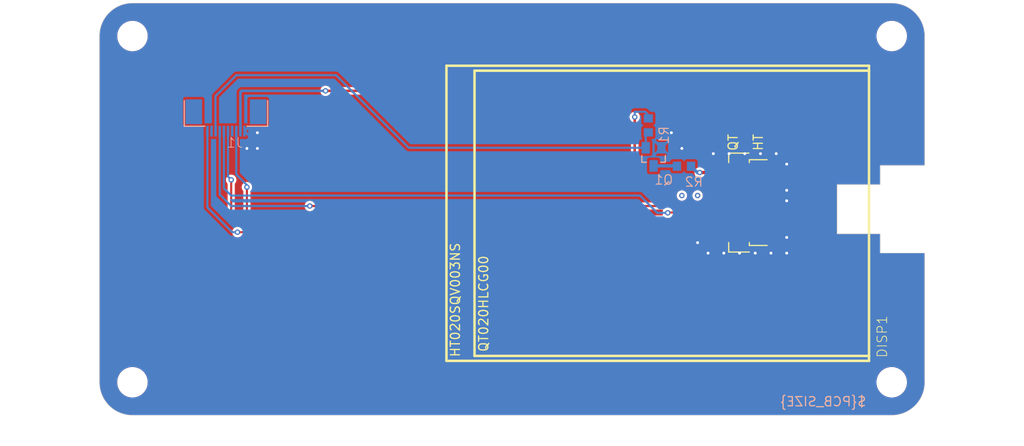
<source format=kicad_pcb>
(kicad_pcb (version 20221018) (generator pcbnew)
  (layers (0 "F.Cu" signal) (31 "B.Cu" signal) (34 "B.Paste" user) (35 "F.Paste" user) (36 "B.SilkS" user "B.Silkscreen") (37 "F.SilkS" user "F.Silkscreen") (38 "B.Mask" user) (39 "F.Mask" user) (44 "Edge.Cuts" user))
  (net 0 "")
  (net 1 "GND")
  (net 2 "LED-K")
  (net 3 "+3V3")
  (net 4 "DISPLAY_CS")
  (net 5 "DISPLAY_D/P")
  (net 6 "DISPLAY_PWM")
  (net 7 "DISPLAY_AUX1")
  (net 8 "DISPLAY_SPI_MOSI")
  (net 9 "DISPLAY_SPI_CLOCK")
  (net 10 "N$2")
  (net 11 "DISPLAY_SPI_MISO")
  (net 12 "DISPLAY_RESET")
  (net 13 "N$8")
  (net 14 "N$9")
  (footprint "working:HT020SQV003NS_QT020HLCG00" (layer "F.Cu") (at 166.1491 105.5066 90)
    (fp_text reference "DISP1" (at -17.6 27.2 90) (layer "F.SilkS") (effects (font (size 1.176528 1.176528) (thickness 0.093472)) (justify left)))
    (fp_text value "DISP_TFT20_HT020SQV003NS_QT020HLCG00")
    (fp_text user "HT" (at 7.493 12.827 90) (layer "F.SilkS") (effects (font (size 1.1176 1.1176) (thickness 0.1524)) (justify left bottom)))
    (fp_text user "QT020HLCG00" (at -16.891 -20.447 90) (layer "F.SilkS") (effects (font (size 1.1176 1.1176) (thickness 0.1524)) (justify left bottom)))
    (fp_text user "HT020SQV003NS" (at -17.526 -23.876 90) (layer "F.SilkS") (effects (font (size 1.1176 1.1176) (thickness 0.1524)) (justify left bottom)))
    (fp_text user "QT" (at 7.493 9.779 90) (layer "F.SilkS") (effects (font (size 1.1176 1.1176) (thickness 0.1524)) (justify left bottom)))
    (fp_line (start -17.9 -25.6) (end 17.9 -25.6) (stroke (width 0.3048)) (layer "F.SilkS"))
    (fp_line (start -17.9 25.6) (end -17.9 -25.6) (stroke (width 0.3048)) (layer "F.SilkS"))
    (fp_line (start -17.3 -22.2) (end 17.3 -22.2) (stroke (width 0.3048)) (layer "F.SilkS"))
    (fp_line (start -17.3 25.6) (end -17.9 25.6) (stroke (width 0.3048)) (layer "F.SilkS"))
    (fp_line (start -17.3 25.6) (end -17.3 -22.2) (stroke (width 0.3048)) (layer "F.SilkS"))
    (fp_line (start -4.7 8.6) (end -3.552 8.6) (stroke (width 0.1524)) (layer "F.SilkS"))
    (fp_line (start -4.7 11.1) (end -4.7 8.6) (stroke (width 0.1524)) (layer "F.SilkS"))
    (fp_line (start -3.9 11.1) (end -3.552 11.1) (stroke (width 0.1524)) (layer "F.SilkS"))
    (fp_line (start -3.9 13.252) (end -3.9 11.1) (stroke (width 0.1524)) (layer "F.SilkS"))
    (fp_line (start 6.5 11.1) (end 6.152 11.1) (stroke (width 0.1524)) (layer "F.SilkS"))
    (fp_line (start 6.5 13.252) (end 6.5 11.1) (stroke (width 0.1524)) (layer "F.SilkS"))
    (fp_line (start 7.3 8.6) (end 6.152 8.6) (stroke (width 0.1524)) (layer "F.SilkS"))
    (fp_line (start 7.3 11.052) (end 7.3 8.6) (stroke (width 0.1524)) (layer "F.SilkS"))
    (fp_line (start 17.3 -22.2) (end 17.3 25.6) (stroke (width 0.3048)) (layer "F.SilkS"))
    (fp_line (start 17.3 25.6) (end -17.3 25.6) (stroke (width 0.3048)) (layer "F.SilkS"))
    (fp_line (start 17.9 -25.6) (end 17.9 25.6) (stroke (width 0.3048)) (layer "F.SilkS"))
    (fp_line (start 17.9 25.6) (end 17.3 25.6) (stroke (width 0.3048)) (layer "F.SilkS"))
    (pad "P1" smd rect (at 5.7 10.25 90) (size 0.6 7.7) (layers "F.Cu" "F.Paste" "F.Mask") (net 1 "GND"))
    (pad "P2" smd rect (at 4.9 10.25 90) (size 0.6 7.7) (layers "F.Cu" "F.Paste" "F.Mask") (net 2 "LED-K"))
    (pad "P3" smd rect (at 4.1 10.25 90) (size 0.6 7.7) (layers "F.Cu" "F.Paste" "F.Mask") (net 3 "+3V3"))
    (pad "P4" smd rect (at 3.3 10.25 90) (size 0.6 7.7) (layers "F.Cu" "F.Paste" "F.Mask") (net 3 "+3V3"))
    (pad "P5" smd rect (at 2.5 10.25 90) (size 0.6 7.7) (layers "F.Cu" "F.Paste" "F.Mask") (net 1 "GND"))
    (pad "P6" smd rect (at 1.7 10.25 90) (size 0.6 7.7) (layers "F.Cu" "F.Paste" "F.Mask") (net 1 "GND"))
    (pad "P7" smd rect (at 0.9 10.25 90) (size 0.6 7.7) (layers "F.Cu" "F.Paste" "F.Mask") (net 5 "DISPLAY_D/P"))
    (pad "P8" smd rect (at 0.1 10.25 90) (size 0.6 7.7) (layers "F.Cu" "F.Paste" "F.Mask") (net 4 "DISPLAY_CS"))
    (pad "P9" smd rect (at -0.7 10.25 90) (size 0.6 7.7) (layers "F.Cu" "F.Paste" "F.Mask") (net 9 "DISPLAY_SPI_CLOCK"))
    (pad "P10" smd rect (at -1.5 10.25 90) (size 0.6 7.7) (layers "F.Cu" "F.Paste" "F.Mask") (net 8 "DISPLAY_SPI_MOSI"))
    (pad "P11" smd rect (at -2.3 10.25 90) (size 0.6 7.7) (layers "F.Cu" "F.Paste" "F.Mask") (net 12 "DISPLAY_RESET"))
    (pad "P12" smd rect (at -3.1 10.25 90) (size 0.6 7.7) (layers "F.Cu" "F.Paste" "F.Mask") (net 1 "GND"))
  )
  (footprint "" (layer "F.Cu") (at 194.5011 126.0036)
    (fp_text reference "@HOLE1" hide)
    (fp_text value "" (at 0 0) (layer "F.SilkS") (effects (font (size 1.27 1.27))))
    (pad "" np_thru_hole circle (at 0 0) (size 3.2 3.2) (drill 3.2) (layers "*.Cu" "*.Mask"))
  )
  (footprint "" (layer "F.Cu") (at 102.5011 84.0036)
    (fp_text reference "@HOLE3" hide)
    (fp_text value "" (at 0 0) (layer "F.SilkS") (effects (font (size 1.27 1.27))))
    (pad "" np_thru_hole circle (at 0 0) (size 3.2 3.2) (drill 3.2) (layers "*.Cu" "*.Mask"))
  )
  (footprint "working:DP_LOGO" (layer "F.Cu") (at 135.1661 129.7686)
    (fp_text reference "PAGE1" hide)
    (fp_text value "FRAME_DINA4_L" hide)
  )
  (footprint "" (layer "F.Cu") (at 194.5011 84.0036)
    (fp_text reference "@HOLE2" hide)
    (fp_text value "" (at 0 0) (layer "F.SilkS") (effects (font (size 1.27 1.27))))
    (pad "" np_thru_hole circle (at 0 0) (size 3.2 3.2) (drill 3.2) (layers "*.Cu" "*.Mask"))
  )
  (footprint "" (layer "F.Cu") (at 102.5011 126.0036)
    (fp_text reference "@HOLE0" hide)
    (fp_text value "" (at 0 0) (layer "F.SilkS") (effects (font (size 1.27 1.27))))
    (pad "" np_thru_hole circle (at 0 0) (size 3.2 3.2) (drill 3.2) (layers "*.Cu" "*.Mask"))
  )
  (footprint "working:X05B20L10T" (layer "B.Cu") (at 113.8301 93.1926)
    (fp_text reference "J1" (at 0 3.75) (layer "B.SilkS") (effects (font (size 1.176528 1.176528) (thickness 0.093472)) (justify right mirror)))
    (fp_text value "CON-FPC_X05B20L10T")
    (fp_line (start -5.0524 -1.3476) (end -5.0524 1.7524) (stroke (width 0.1524)) (layer "B.SilkS"))
    (fp_line (start -5.0524 1.7524) (end -2.5524 1.7524) (stroke (width 0.1524)) (layer "B.SilkS"))
    (fp_line (start 2.5524 1.7524) (end 5.0524 1.7524) (stroke (width 0.1524)) (layer "B.SilkS"))
    (fp_line (start 5.0524 1.7524) (end 5.0524 -1.3476) (stroke (width 0.1524)) (layer "B.SilkS"))
    (pad "1" smd rect (at 2.25 2.35) (size 0.3 1.3) (layers "B.Cu" "B.Paste" "B.Mask") (net 1 "GND"))
    (pad "2" smd rect (at 1.75 2.35) (size 0.3 1.3) (layers "B.Cu" "B.Paste" "B.Mask") (net 3 "+3V3"))
    (pad "3" smd rect (at 1.25 2.35) (size 0.3 1.3) (layers "B.Cu" "B.Paste" "B.Mask") (net 9 "DISPLAY_SPI_CLOCK"))
    (pad "4" smd rect (at 0.75 2.35) (size 0.3 1.3) (layers "B.Cu" "B.Paste" "B.Mask") (net 11 "DISPLAY_SPI_MISO"))
    (pad "5" smd rect (at 0.25 2.35) (size 0.3 1.3) (layers "B.Cu" "B.Paste" "B.Mask") (net 8 "DISPLAY_SPI_MOSI"))
    (pad "6" smd rect (at -0.25 2.35) (size 0.3 1.3) (layers "B.Cu" "B.Paste" "B.Mask") (net 4 "DISPLAY_CS"))
    (pad "7" smd rect (at -0.75 2.35) (size 0.3 1.3) (layers "B.Cu" "B.Paste" "B.Mask") (net 5 "DISPLAY_D/P"))
    (pad "8" smd rect (at -1.25 2.35) (size 0.3 1.3) (layers "B.Cu" "B.Paste" "B.Mask") (net 6 "DISPLAY_PWM"))
    (pad "9" smd rect (at -1.75 2.35) (size 0.3 1.3) (layers "B.Cu" "B.Paste" "B.Mask") (net 7 "DISPLAY_AUX1"))
    (pad "10" smd rect (at -2.25 2.35) (size 0.3 1.3) (layers "B.Cu" "B.Paste" "B.Mask") (net 12 "DISPLAY_RESET"))
    (pad "11" smd rect (at -3.9 0) (size 2 3) (layers "B.Cu" "B.Paste" "B.Mask"))
    (pad "12" smd rect (at 3.9 0) (size 2 3) (layers "B.Cu" "B.Paste" "B.Mask"))
  )
  (footprint "working:R0603" (layer "B.Cu") (at 169.3291 99.7966)
    (fp_text reference "R2" (at 0 1.905) (layer "B.SilkS") (effects (font (size 1.129792 1.129792) (thickness 0.140208)) (justify right mirror)))
    (fp_text value "10R")
    (pad "1" smd rect (at -0.85 0) (size 1 1.1) (layers "B.Cu" "B.Paste" "B.Mask") (net 10 "N$2"))
    (pad "2" smd rect (at 0.85 0) (size 1 1.1) (layers "B.Cu" "B.Paste" "B.Mask") (net 2 "LED-K"))
  )
  (footprint "working:R0603" (layer "B.Cu") (at 165.0111 94.8436 90)
    (fp_text reference "R1" (at 0 1.905 90) (layer "B.SilkS") (effects (font (size 1.129792 1.129792) (thickness 0.140208)) (justify left mirror)))
    (fp_text value "10K")
    (pad "1" smd rect (at -0.85 0 90) (size 1 1.1) (layers "B.Cu" "B.Paste" "B.Mask") (net 6 "DISPLAY_PWM"))
    (pad "2" smd rect (at 0.85 0 90) (size 1 1.1) (layers "B.Cu" "B.Paste" "B.Mask") (net 3 "+3V3"))
  )
  (footprint "working:SOT-23" (layer "B.Cu") (at 165.6461 98.6536)
    (fp_text reference "Q1" (at 0 2.794) (layer "B.SilkS") (effects (font (size 1.13284 1.13284) (thickness 0.13716)) (justify right mirror)))
    (fp_text value "MMBF170")
    (fp_line (start -1.4224 -0.1524) (end -1.4224 0.6604) (stroke (width 0.1524)) (layer "B.SilkS"))
    (fp_line (start -1.4224 0.6604) (end -0.8636 0.6604) (stroke (width 0.1524)) (layer "B.SilkS"))
    (fp_line (start 0.8636 0.6604) (end 1.4224 0.6604) (stroke (width 0.1524)) (layer "B.SilkS"))
    (fp_line (start 1.4224 0.6604) (end 1.4224 -0.1524) (stroke (width 0.1524)) (layer "B.SilkS"))
    (pad "1" smd rect (at -0.95 -1.1) (size 1 1.4) (layers "B.Cu" "B.Paste" "B.Mask") (net 6 "DISPLAY_PWM"))
    (pad "2" smd rect (at 0.95 -1.1) (size 1 1.4) (layers "B.Cu" "B.Paste" "B.Mask") (net 1 "GND"))
    (pad "3" smd rect (at 0 1.1) (size 1 1.4) (layers "B.Cu" "B.Paste" "B.Mask") (net 10 "N$2"))
  )
  (gr_line (start 194.5011 80.0036) (end 102.5011 80.0036) (stroke (width 0.05)) (layer "Edge.Cuts"))
  (gr_arc (start 98.5011 84.0036) (mid 99.672673 81.175173) (end 102.5011 80.0036) (stroke (width 0.05)) (layer "Edge.Cuts"))
  (gr_line (start 198.4911 99.6986) (end 193.1111 99.6986) (stroke (width 0.05)) (layer "Edge.Cuts"))
  (gr_arc (start 102.5011 130.0036) (mid 99.672673 128.832027) (end 98.5011 126.0036) (stroke (width 0.05)) (layer "Edge.Cuts"))
  (gr_line (start 193.1111 110.3186) (end 198.4911 110.3186) (stroke (width 0.05)) (layer "Edge.Cuts"))
  (gr_line (start 198.4911 84.0086) (end 198.4911 99.6986) (stroke (width 0.05)) (layer "Edge.Cuts"))
  (gr_line (start 193.1111 99.6986) (end 193.1111 102.0286) (stroke (width 0.05)) (layer "Edge.Cuts"))
  (gr_arc (start 194.5011 80.0036) (mid 197.329527 81.175173) (end 198.5011 84.0036) (stroke (width 0.05)) (layer "Edge.Cuts"))
  (gr_line (start 98.5011 84.0036) (end 98.5011 126.0036) (stroke (width 0.05)) (layer "Edge.Cuts"))
  (gr_arc (start 198.5011 126.0036) (mid 197.329527 128.832027) (end 194.5011 130.0036) (stroke (width 0.05)) (layer "Edge.Cuts"))
  (gr_line (start 193.1111 107.9886) (end 193.1111 110.3186) (stroke (width 0.05)) (layer "Edge.Cuts"))
  (gr_line (start 193.1111 102.0286) (end 187.8811 102.0286) (stroke (width 0.05)) (layer "Edge.Cuts"))
  (gr_line (start 198.4911 110.3186) (end 198.4911 126.0086) (stroke (width 0.05)) (layer "Edge.Cuts"))
  (gr_line (start 187.8811 107.9886) (end 193.1111 107.9886) (stroke (width 0.05)) (layer "Edge.Cuts"))
  (gr_line (start 187.8811 102.0286) (end 187.8811 107.9886) (stroke (width 0.05)) (layer "Edge.Cuts"))
  (gr_line (start 102.5011 130.0036) (end 194.5011 130.0036) (stroke (width 0.05)) (layer "Edge.Cuts"))
  (gr_text "${PCB_SIZE}" (at 191.5011 129.0036) (layer "B.SilkS") (effects (font (size 1.1176 1.1176) (thickness 0.1524)) (justify left bottom mirror)))
  (via (at 116.3701 97.6376) (size 0.6548) (drill 0.35) (layers "F.Cu" "B.Cu") (net 1))
  (via (at 180.5051 98.2726) (size 0.6548) (drill 0.35) (layers "F.Cu" "B.Cu") (net 1))
  (via (at 181.7751 108.4326) (size 0.6548) (drill 0.35) (layers "F.Cu" "B.Cu") (net 1))
  (via (at 176.0601 110.3376) (size 0.6548) (drill 0.35) (layers "F.Cu" "B.Cu") (net 1))
  (via (at 117.6401 97.6376) (size 0.6548) (drill 0.35) (layers "F.Cu" "B.Cu") (net 1))
  (via (at 167.8051 95.7326) (size 0.6548) (drill 0.35) (layers "F.Cu" "B.Cu") (net 1))
  (via (at 117.6401 95.7326) (size 0.6548) (drill 0.35) (layers "F.Cu" "B.Cu") (net 1))
  (via (at 181.7751 102.7176) (size 0.6548) (drill 0.35) (layers "F.Cu" "B.Cu") (net 1))
  (via (at 172.2501 110.3376) (size 0.6548) (drill 0.35) (layers "F.Cu" "B.Cu") (net 1))
  (via (at 181.7751 110.3376) (size 0.6548) (drill 0.35) (layers "F.Cu" "B.Cu") (net 1))
  (via (at 177.9651 110.3376) (size 0.6548) (drill 0.35) (layers "F.Cu" "B.Cu") (net 1))
  (via (at 172.8851 98.2726) (size 0.6548) (drill 0.35) (layers "F.Cu" "B.Cu") (net 1))
  (via (at 174.1551 110.3376) (size 0.6548) (drill 0.35) (layers "F.Cu" "B.Cu") (net 1))
  (via (at 178.6001 98.2726) (size 0.6548) (drill 0.35) (layers "F.Cu" "B.Cu") (net 1))
  (via (at 176.6951 98.2726) (size 0.6548) (drill 0.35) (layers "F.Cu" "B.Cu") (net 1))
  (via (at 181.7751 99.5426) (size 0.6548) (drill 0.35) (layers "F.Cu" "B.Cu") (net 1))
  (via (at 170.9801 109.0676) (size 0.6548) (drill 0.35) (layers "F.Cu" "B.Cu") (net 1))
  (via (at 169.0751 97.6376) (size 0.6548) (drill 0.35) (layers "F.Cu" "B.Cu") (net 1))
  (via (at 174.7901 98.2726) (size 0.6548) (drill 0.35) (layers "F.Cu" "B.Cu") (net 1))
  (via (at 181.7751 103.9876) (size 0.6548) (drill 0.35) (layers "F.Cu" "B.Cu") (net 1))
  (via (at 179.8701 110.3376) (size 0.6548) (drill 0.35) (layers "F.Cu" "B.Cu") (net 1))
  (segment (start 171.2341 100.5586) (end 176.3511 100.5586) (width 0.4064) (layer "F.Cu") (net 2))
  (segment (start 176.3511 100.5586) (end 176.3991 100.6066) (width 0.4064) (layer "F.Cu") (net 2))
  (via (at 171.2341 100.5586) (size 0.6548) (drill 0.35) (layers "F.Cu" "B.Cu") (net 2))
  (segment (start 170.9411 100.5586) (end 171.2341 100.5586) (width 0.4064) (layer "B.Cu") (net 2))
  (segment (start 170.1791 99.7966) (end 170.9411 100.5586) (width 0.4064) (layer "B.Cu") (net 2))
  (segment (start 176.3991 102.2066) (end 169.8341 102.2066) (width 0.3048) (layer "F.Cu") (net 3))
  (segment (start 163.3601 101.4476) (end 169.7101 101.4476) (width 0.3048) (layer "F.Cu") (net 3))
  (segment (start 162.0901 94.4626) (end 162.7251 95.0976) (width 0.3048) (layer "F.Cu") (net 3))
  (segment (start 169.7101 101.4476) (end 176.3581 101.4476) (width 0.3048) (layer "F.Cu") (net 3))
  (segment (start 169.7101 102.0826) (end 169.7101 101.4476) (width 0.3048) (layer "F.Cu") (net 3))
  (segment (start 163.3601 93.8276) (end 163.3601 95.0976) (width 0.3048) (layer "F.Cu") (net 3))
  (segment (start 160.1851 90.6526) (end 162.0901 92.5576) (width 0.3048) (layer "F.Cu") (net 3))
  (segment (start 162.7251 95.0976) (end 163.3601 95.0976) (width 0.3048) (layer "F.Cu") (net 3))
  (segment (start 169.8341 102.2066) (end 169.7101 102.0826) (width 0.3048) (layer "F.Cu") (net 3))
  (segment (start 162.0901 92.5576) (end 162.0901 94.4626) (width 0.3048) (layer "F.Cu") (net 3))
  (segment (start 125.8951 90.6526) (end 160.1851 90.6526) (width 0.3048) (layer "F.Cu") (net 3))
  (segment (start 176.3581 101.4476) (end 176.3991 101.4066) (width 0.254) (layer "F.Cu") (net 3))
  (segment (start 163.3601 95.0976) (end 163.3601 101.4476) (width 0.3048) (layer "F.Cu") (net 3))
  (via (at 163.3601 93.8276) (size 0.6548) (drill 0.35) (layers "F.Cu" "B.Cu") (net 3))
  (via (at 125.8951 90.6526) (size 0.6548) (drill 0.35) (layers "F.Cu" "B.Cu") (net 3))
  (segment (start 115.5801 90.8076) (end 115.7351 90.6526) (width 0.3048) (layer "B.Cu") (net 3))
  (segment (start 165.0111 93.9936) (end 165.0111 93.5736) (width 0.254) (layer "B.Cu") (net 3))
  (segment (start 164.6301 93.1926) (end 163.3601 93.1926) (width 0.254) (layer "B.Cu") (net 3))
  (segment (start 115.7351 90.6526) (end 125.8951 90.6526) (width 0.3048) (layer "B.Cu") (net 3))
  (segment (start 163.3601 93.1926) (end 163.3601 93.8276) (width 0.254) (layer "B.Cu") (net 3))
  (segment (start 165.0111 93.5736) (end 164.6301 93.1926) (width 0.254) (layer "B.Cu") (net 3))
  (segment (start 115.5801 95.5426) (end 115.5801 90.8076) (width 0.3048) (layer "B.Cu") (net 3))
  (segment (start 176.3991 105.4066) (end 167.4461 105.4066) (width 0.254) (layer "F.Cu") (net 4))
  (segment (start 167.4241 105.3846) (end 167.3606 105.4481) (width 0.254) (layer "F.Cu") (net 4))
  (segment (start 167.4461 105.4066) (end 167.4241 105.3846) (width 0.254) (layer "F.Cu") (net 4))
  (via (at 167.3606 105.4481) (size 0.6548) (drill 0.35) (layers "F.Cu" "B.Cu") (net 4))
  (segment (start 113.5801 102.4676) (end 114.4651 103.3526) (width 0.254) (layer "B.Cu") (net 4))
  (segment (start 167.3606 105.4481) (end 166.0906 105.4481) (width 0.254) (layer "B.Cu") (net 4))
  (segment (start 163.9951 103.3526) (end 164.6301 103.9876) (width 0.254) (layer "B.Cu") (net 4))
  (segment (start 113.5801 95.5426) (end 113.5801 102.4676) (width 0.254) (layer "B.Cu") (net 4))
  (segment (start 114.4651 103.3526) (end 163.9951 103.3526) (width 0.254) (layer "B.Cu") (net 4))
  (segment (start 166.0906 105.4481) (end 164.6301 103.9876) (width 0.254) (layer "B.Cu") (net 4))
  (segment (start 176.3831 104.6226) (end 176.3991 104.6066) (width 0.254) (layer "F.Cu") (net 5))
  (segment (start 123.9901 104.6226) (end 176.3831 104.6226) (width 0.254) (layer "F.Cu") (net 5))
  (via (at 123.9901 104.6226) (size 0.6548) (drill 0.35) (layers "F.Cu" "B.Cu") (net 5))
  (segment (start 113.0801 95.5426) (end 113.0801 103.2376) (width 0.254) (layer "B.Cu") (net 5))
  (segment (start 114.4651 104.6226) (end 123.9901 104.6226) (width 0.254) (layer "B.Cu") (net 5))
  (segment (start 113.0801 103.2376) (end 114.4651 104.6226) (width 0.254) (layer "B.Cu") (net 5))
  (segment (start 115.1001 88.7476) (end 112.5601 91.2876) (width 0.254) (layer "B.Cu") (net 6))
  (segment (start 135.9711 97.5536) (end 127.1651 88.7476) (width 0.254) (layer "B.Cu") (net 6))
  (segment (start 112.5601 95.5226) (end 112.5801 95.5426) (width 0.254) (layer "B.Cu") (net 6))
  (segment (start 164.6961 96.0086) (end 164.6961 97.5536) (width 0.254) (layer "B.Cu") (net 6))
  (segment (start 164.6961 97.5536) (end 135.9711 97.5536) (width 0.254) (layer "B.Cu") (net 6))
  (segment (start 127.1651 88.7476) (end 115.1001 88.7476) (width 0.254) (layer "B.Cu") (net 6))
  (segment (start 165.0111 95.6936) (end 164.6961 96.0086) (width 0.254) (layer "B.Cu") (net 6))
  (segment (start 112.5601 91.2876) (end 112.5601 95.5226) (width 0.254) (layer "B.Cu") (net 6))
  (segment (start 176.3991 107.0066) (end 115.5791 107.0066) (width 0.254) (layer "F.Cu") (net 8))
  (segment (start 114.4651 105.8926) (end 114.4651 101.4476) (width 0.254) (layer "F.Cu") (net 8))
  (segment (start 115.5791 107.0066) (end 114.4651 105.8926) (width 0.254) (layer "F.Cu") (net 8))
  (via (at 114.4651 101.4476) (size 0.6548) (drill 0.35) (layers "F.Cu" "B.Cu") (net 8))
  (segment (start 114.0801 101.0626) (end 114.0801 95.5426) (width 0.254) (layer "B.Cu") (net 8))
  (segment (start 114.4651 101.4476) (end 114.0801 101.0626) (width 0.254) (layer "B.Cu") (net 8))
  (segment (start 176.3991 106.2066) (end 116.6841 106.2066) (width 0.254) (layer "F.Cu") (net 9))
  (segment (start 116.6841 106.2066) (end 116.3701 105.8926) (width 0.254) (layer "F.Cu") (net 9))
  (segment (start 116.3701 105.8926) (end 116.3701 102.3366) (width 0.254) (layer "F.Cu") (net 9))
  (via (at 116.3701 102.3366) (size 0.6548) (drill 0.35) (layers "F.Cu" "B.Cu") (net 9))
  (segment (start 115.0801 95.5426) (end 115.0801 100.7926) (width 0.254) (layer "B.Cu") (net 9))
  (segment (start 115.0801 100.7926) (end 116.3701 102.0826) (width 0.254) (layer "B.Cu") (net 9))
  (segment (start 116.3701 102.0826) (end 116.3701 102.3366) (width 0.254) (layer "B.Cu") (net 9))
  (segment (start 165.6461 99.7536) (end 168.0961 99.7536) (width 0.4064) (layer "B.Cu") (net 10))
  (segment (start 168.0961 99.7536) (end 168.3091 99.9666) (width 0.4064) (layer "B.Cu") (net 10))
  (segment (start 168.3091 99.9666) (end 168.4791 99.7966) (width 0.4064) (layer "B.Cu") (net 10))
  (segment (start 115.2271 107.7976) (end 176.3901 107.7976) (width 0.254) (layer "F.Cu") (net 12))
  (segment (start 176.3901 107.7976) (end 176.3991 107.8066) (width 0.254) (layer "F.Cu") (net 12))
  (via (at 115.2271 107.7976) (size 0.6548) (drill 0.35) (layers "F.Cu" "B.Cu") (net 12))
  (segment (start 111.5801 104.7856) (end 114.5921 107.7976) (width 0.254) (layer "B.Cu") (net 12))
  (segment (start 111.5801 95.5426) (end 111.5801 104.7856) (width 0.254) (layer "B.Cu") (net 12))
  (segment (start 114.5921 107.7976) (end 115.2271 107.7976) (width 0.254) (layer "B.Cu") (net 12))
  (via (at 170.9801 103.3526) (size 0.6548) (drill 0.35) (layers "F.Cu" "B.Cu") (net 13))
  (via (at 169.0751 103.3526) (size 0.6548) (drill 0.35) (layers "F.Cu" "B.Cu") (net 14))
  (zone (net 1) (net_name "GND") (layer "F.Cu") (connect_pads (clearance 0.3048)) (min_thickness 0.127) (fill yes (thermal_gap 0.304) (thermal_bridge_width 0.304))
    (polygon (pts (xy 198.6181 130.3856) (xy 98.0541 130.3856) (xy 98.0541 79.6316) (xy 198.6181 79.6316)))
  )
  (zone (net 1) (net_name "GND") (layer "B.Cu") (connect_pads (clearance 0.3048)) (min_thickness 0.127) (fill yes (thermal_gap 0.304) (thermal_bridge_width 0.304))
    (polygon (pts (xy 198.6181 130.3856) (xy 98.0541 130.3856) (xy 98.0541 79.6316) (xy 198.6181 79.6316)))
  )
)
</source>
